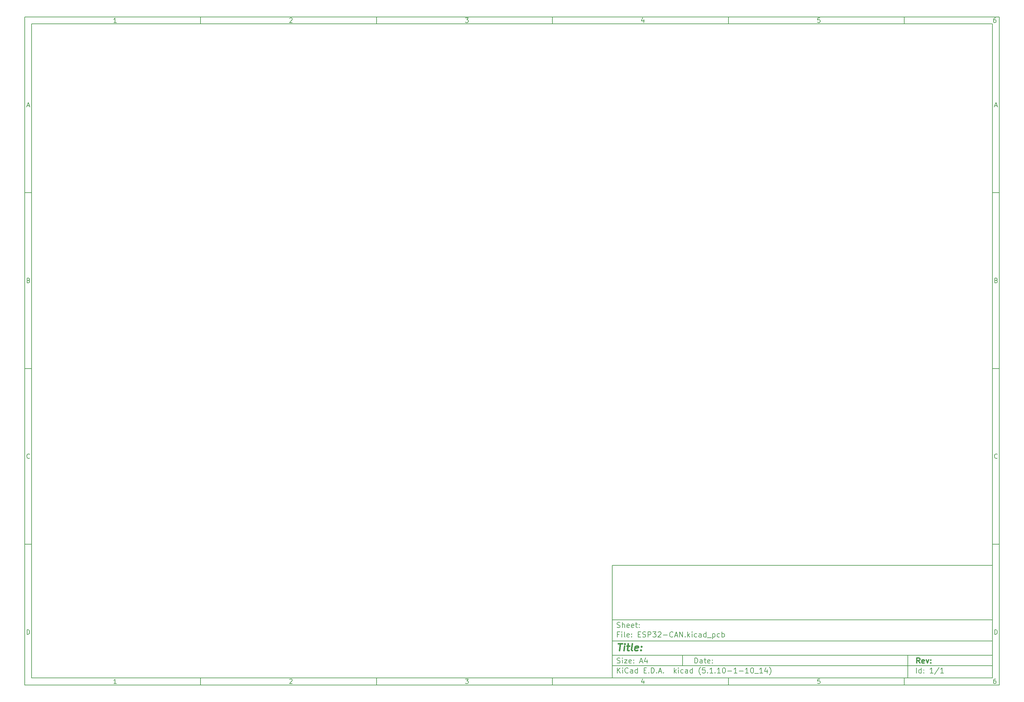
<source format=gbr>
G04 #@! TF.GenerationSoftware,KiCad,Pcbnew,(5.1.10-1-10_14)*
G04 #@! TF.CreationDate,2021-11-05T12:48:00+08:00*
G04 #@! TF.ProjectId,ESP32-CAN,45535033-322d-4434-914e-2e6b69636164,rev?*
G04 #@! TF.SameCoordinates,Original*
G04 #@! TF.FileFunction,Other,ECO2*
%FSLAX46Y46*%
G04 Gerber Fmt 4.6, Leading zero omitted, Abs format (unit mm)*
G04 Created by KiCad (PCBNEW (5.1.10-1-10_14)) date 2021-11-05 12:48:00*
%MOMM*%
%LPD*%
G01*
G04 APERTURE LIST*
%ADD10C,0.100000*%
%ADD11C,0.150000*%
%ADD12C,0.300000*%
%ADD13C,0.400000*%
G04 APERTURE END LIST*
D10*
D11*
X177002200Y-166007200D02*
X177002200Y-198007200D01*
X285002200Y-198007200D01*
X285002200Y-166007200D01*
X177002200Y-166007200D01*
D10*
D11*
X10000000Y-10000000D02*
X10000000Y-200007200D01*
X287002200Y-200007200D01*
X287002200Y-10000000D01*
X10000000Y-10000000D01*
D10*
D11*
X12000000Y-12000000D02*
X12000000Y-198007200D01*
X285002200Y-198007200D01*
X285002200Y-12000000D01*
X12000000Y-12000000D01*
D10*
D11*
X60000000Y-12000000D02*
X60000000Y-10000000D01*
D10*
D11*
X110000000Y-12000000D02*
X110000000Y-10000000D01*
D10*
D11*
X160000000Y-12000000D02*
X160000000Y-10000000D01*
D10*
D11*
X210000000Y-12000000D02*
X210000000Y-10000000D01*
D10*
D11*
X260000000Y-12000000D02*
X260000000Y-10000000D01*
D10*
D11*
X36065476Y-11588095D02*
X35322619Y-11588095D01*
X35694047Y-11588095D02*
X35694047Y-10288095D01*
X35570238Y-10473809D01*
X35446428Y-10597619D01*
X35322619Y-10659523D01*
D10*
D11*
X85322619Y-10411904D02*
X85384523Y-10350000D01*
X85508333Y-10288095D01*
X85817857Y-10288095D01*
X85941666Y-10350000D01*
X86003571Y-10411904D01*
X86065476Y-10535714D01*
X86065476Y-10659523D01*
X86003571Y-10845238D01*
X85260714Y-11588095D01*
X86065476Y-11588095D01*
D10*
D11*
X135260714Y-10288095D02*
X136065476Y-10288095D01*
X135632142Y-10783333D01*
X135817857Y-10783333D01*
X135941666Y-10845238D01*
X136003571Y-10907142D01*
X136065476Y-11030952D01*
X136065476Y-11340476D01*
X136003571Y-11464285D01*
X135941666Y-11526190D01*
X135817857Y-11588095D01*
X135446428Y-11588095D01*
X135322619Y-11526190D01*
X135260714Y-11464285D01*
D10*
D11*
X185941666Y-10721428D02*
X185941666Y-11588095D01*
X185632142Y-10226190D02*
X185322619Y-11154761D01*
X186127380Y-11154761D01*
D10*
D11*
X236003571Y-10288095D02*
X235384523Y-10288095D01*
X235322619Y-10907142D01*
X235384523Y-10845238D01*
X235508333Y-10783333D01*
X235817857Y-10783333D01*
X235941666Y-10845238D01*
X236003571Y-10907142D01*
X236065476Y-11030952D01*
X236065476Y-11340476D01*
X236003571Y-11464285D01*
X235941666Y-11526190D01*
X235817857Y-11588095D01*
X235508333Y-11588095D01*
X235384523Y-11526190D01*
X235322619Y-11464285D01*
D10*
D11*
X285941666Y-10288095D02*
X285694047Y-10288095D01*
X285570238Y-10350000D01*
X285508333Y-10411904D01*
X285384523Y-10597619D01*
X285322619Y-10845238D01*
X285322619Y-11340476D01*
X285384523Y-11464285D01*
X285446428Y-11526190D01*
X285570238Y-11588095D01*
X285817857Y-11588095D01*
X285941666Y-11526190D01*
X286003571Y-11464285D01*
X286065476Y-11340476D01*
X286065476Y-11030952D01*
X286003571Y-10907142D01*
X285941666Y-10845238D01*
X285817857Y-10783333D01*
X285570238Y-10783333D01*
X285446428Y-10845238D01*
X285384523Y-10907142D01*
X285322619Y-11030952D01*
D10*
D11*
X60000000Y-198007200D02*
X60000000Y-200007200D01*
D10*
D11*
X110000000Y-198007200D02*
X110000000Y-200007200D01*
D10*
D11*
X160000000Y-198007200D02*
X160000000Y-200007200D01*
D10*
D11*
X210000000Y-198007200D02*
X210000000Y-200007200D01*
D10*
D11*
X260000000Y-198007200D02*
X260000000Y-200007200D01*
D10*
D11*
X36065476Y-199595295D02*
X35322619Y-199595295D01*
X35694047Y-199595295D02*
X35694047Y-198295295D01*
X35570238Y-198481009D01*
X35446428Y-198604819D01*
X35322619Y-198666723D01*
D10*
D11*
X85322619Y-198419104D02*
X85384523Y-198357200D01*
X85508333Y-198295295D01*
X85817857Y-198295295D01*
X85941666Y-198357200D01*
X86003571Y-198419104D01*
X86065476Y-198542914D01*
X86065476Y-198666723D01*
X86003571Y-198852438D01*
X85260714Y-199595295D01*
X86065476Y-199595295D01*
D10*
D11*
X135260714Y-198295295D02*
X136065476Y-198295295D01*
X135632142Y-198790533D01*
X135817857Y-198790533D01*
X135941666Y-198852438D01*
X136003571Y-198914342D01*
X136065476Y-199038152D01*
X136065476Y-199347676D01*
X136003571Y-199471485D01*
X135941666Y-199533390D01*
X135817857Y-199595295D01*
X135446428Y-199595295D01*
X135322619Y-199533390D01*
X135260714Y-199471485D01*
D10*
D11*
X185941666Y-198728628D02*
X185941666Y-199595295D01*
X185632142Y-198233390D02*
X185322619Y-199161961D01*
X186127380Y-199161961D01*
D10*
D11*
X236003571Y-198295295D02*
X235384523Y-198295295D01*
X235322619Y-198914342D01*
X235384523Y-198852438D01*
X235508333Y-198790533D01*
X235817857Y-198790533D01*
X235941666Y-198852438D01*
X236003571Y-198914342D01*
X236065476Y-199038152D01*
X236065476Y-199347676D01*
X236003571Y-199471485D01*
X235941666Y-199533390D01*
X235817857Y-199595295D01*
X235508333Y-199595295D01*
X235384523Y-199533390D01*
X235322619Y-199471485D01*
D10*
D11*
X285941666Y-198295295D02*
X285694047Y-198295295D01*
X285570238Y-198357200D01*
X285508333Y-198419104D01*
X285384523Y-198604819D01*
X285322619Y-198852438D01*
X285322619Y-199347676D01*
X285384523Y-199471485D01*
X285446428Y-199533390D01*
X285570238Y-199595295D01*
X285817857Y-199595295D01*
X285941666Y-199533390D01*
X286003571Y-199471485D01*
X286065476Y-199347676D01*
X286065476Y-199038152D01*
X286003571Y-198914342D01*
X285941666Y-198852438D01*
X285817857Y-198790533D01*
X285570238Y-198790533D01*
X285446428Y-198852438D01*
X285384523Y-198914342D01*
X285322619Y-199038152D01*
D10*
D11*
X10000000Y-60000000D02*
X12000000Y-60000000D01*
D10*
D11*
X10000000Y-110000000D02*
X12000000Y-110000000D01*
D10*
D11*
X10000000Y-160000000D02*
X12000000Y-160000000D01*
D10*
D11*
X10690476Y-35216666D02*
X11309523Y-35216666D01*
X10566666Y-35588095D02*
X11000000Y-34288095D01*
X11433333Y-35588095D01*
D10*
D11*
X11092857Y-84907142D02*
X11278571Y-84969047D01*
X11340476Y-85030952D01*
X11402380Y-85154761D01*
X11402380Y-85340476D01*
X11340476Y-85464285D01*
X11278571Y-85526190D01*
X11154761Y-85588095D01*
X10659523Y-85588095D01*
X10659523Y-84288095D01*
X11092857Y-84288095D01*
X11216666Y-84350000D01*
X11278571Y-84411904D01*
X11340476Y-84535714D01*
X11340476Y-84659523D01*
X11278571Y-84783333D01*
X11216666Y-84845238D01*
X11092857Y-84907142D01*
X10659523Y-84907142D01*
D10*
D11*
X11402380Y-135464285D02*
X11340476Y-135526190D01*
X11154761Y-135588095D01*
X11030952Y-135588095D01*
X10845238Y-135526190D01*
X10721428Y-135402380D01*
X10659523Y-135278571D01*
X10597619Y-135030952D01*
X10597619Y-134845238D01*
X10659523Y-134597619D01*
X10721428Y-134473809D01*
X10845238Y-134350000D01*
X11030952Y-134288095D01*
X11154761Y-134288095D01*
X11340476Y-134350000D01*
X11402380Y-134411904D01*
D10*
D11*
X10659523Y-185588095D02*
X10659523Y-184288095D01*
X10969047Y-184288095D01*
X11154761Y-184350000D01*
X11278571Y-184473809D01*
X11340476Y-184597619D01*
X11402380Y-184845238D01*
X11402380Y-185030952D01*
X11340476Y-185278571D01*
X11278571Y-185402380D01*
X11154761Y-185526190D01*
X10969047Y-185588095D01*
X10659523Y-185588095D01*
D10*
D11*
X287002200Y-60000000D02*
X285002200Y-60000000D01*
D10*
D11*
X287002200Y-110000000D02*
X285002200Y-110000000D01*
D10*
D11*
X287002200Y-160000000D02*
X285002200Y-160000000D01*
D10*
D11*
X285692676Y-35216666D02*
X286311723Y-35216666D01*
X285568866Y-35588095D02*
X286002200Y-34288095D01*
X286435533Y-35588095D01*
D10*
D11*
X286095057Y-84907142D02*
X286280771Y-84969047D01*
X286342676Y-85030952D01*
X286404580Y-85154761D01*
X286404580Y-85340476D01*
X286342676Y-85464285D01*
X286280771Y-85526190D01*
X286156961Y-85588095D01*
X285661723Y-85588095D01*
X285661723Y-84288095D01*
X286095057Y-84288095D01*
X286218866Y-84350000D01*
X286280771Y-84411904D01*
X286342676Y-84535714D01*
X286342676Y-84659523D01*
X286280771Y-84783333D01*
X286218866Y-84845238D01*
X286095057Y-84907142D01*
X285661723Y-84907142D01*
D10*
D11*
X286404580Y-135464285D02*
X286342676Y-135526190D01*
X286156961Y-135588095D01*
X286033152Y-135588095D01*
X285847438Y-135526190D01*
X285723628Y-135402380D01*
X285661723Y-135278571D01*
X285599819Y-135030952D01*
X285599819Y-134845238D01*
X285661723Y-134597619D01*
X285723628Y-134473809D01*
X285847438Y-134350000D01*
X286033152Y-134288095D01*
X286156961Y-134288095D01*
X286342676Y-134350000D01*
X286404580Y-134411904D01*
D10*
D11*
X285661723Y-185588095D02*
X285661723Y-184288095D01*
X285971247Y-184288095D01*
X286156961Y-184350000D01*
X286280771Y-184473809D01*
X286342676Y-184597619D01*
X286404580Y-184845238D01*
X286404580Y-185030952D01*
X286342676Y-185278571D01*
X286280771Y-185402380D01*
X286156961Y-185526190D01*
X285971247Y-185588095D01*
X285661723Y-185588095D01*
D10*
D11*
X200434342Y-193785771D02*
X200434342Y-192285771D01*
X200791485Y-192285771D01*
X201005771Y-192357200D01*
X201148628Y-192500057D01*
X201220057Y-192642914D01*
X201291485Y-192928628D01*
X201291485Y-193142914D01*
X201220057Y-193428628D01*
X201148628Y-193571485D01*
X201005771Y-193714342D01*
X200791485Y-193785771D01*
X200434342Y-193785771D01*
X202577200Y-193785771D02*
X202577200Y-193000057D01*
X202505771Y-192857200D01*
X202362914Y-192785771D01*
X202077200Y-192785771D01*
X201934342Y-192857200D01*
X202577200Y-193714342D02*
X202434342Y-193785771D01*
X202077200Y-193785771D01*
X201934342Y-193714342D01*
X201862914Y-193571485D01*
X201862914Y-193428628D01*
X201934342Y-193285771D01*
X202077200Y-193214342D01*
X202434342Y-193214342D01*
X202577200Y-193142914D01*
X203077200Y-192785771D02*
X203648628Y-192785771D01*
X203291485Y-192285771D02*
X203291485Y-193571485D01*
X203362914Y-193714342D01*
X203505771Y-193785771D01*
X203648628Y-193785771D01*
X204720057Y-193714342D02*
X204577200Y-193785771D01*
X204291485Y-193785771D01*
X204148628Y-193714342D01*
X204077200Y-193571485D01*
X204077200Y-193000057D01*
X204148628Y-192857200D01*
X204291485Y-192785771D01*
X204577200Y-192785771D01*
X204720057Y-192857200D01*
X204791485Y-193000057D01*
X204791485Y-193142914D01*
X204077200Y-193285771D01*
X205434342Y-193642914D02*
X205505771Y-193714342D01*
X205434342Y-193785771D01*
X205362914Y-193714342D01*
X205434342Y-193642914D01*
X205434342Y-193785771D01*
X205434342Y-192857200D02*
X205505771Y-192928628D01*
X205434342Y-193000057D01*
X205362914Y-192928628D01*
X205434342Y-192857200D01*
X205434342Y-193000057D01*
D10*
D11*
X177002200Y-194507200D02*
X285002200Y-194507200D01*
D10*
D11*
X178434342Y-196585771D02*
X178434342Y-195085771D01*
X179291485Y-196585771D02*
X178648628Y-195728628D01*
X179291485Y-195085771D02*
X178434342Y-195942914D01*
X179934342Y-196585771D02*
X179934342Y-195585771D01*
X179934342Y-195085771D02*
X179862914Y-195157200D01*
X179934342Y-195228628D01*
X180005771Y-195157200D01*
X179934342Y-195085771D01*
X179934342Y-195228628D01*
X181505771Y-196442914D02*
X181434342Y-196514342D01*
X181220057Y-196585771D01*
X181077200Y-196585771D01*
X180862914Y-196514342D01*
X180720057Y-196371485D01*
X180648628Y-196228628D01*
X180577200Y-195942914D01*
X180577200Y-195728628D01*
X180648628Y-195442914D01*
X180720057Y-195300057D01*
X180862914Y-195157200D01*
X181077200Y-195085771D01*
X181220057Y-195085771D01*
X181434342Y-195157200D01*
X181505771Y-195228628D01*
X182791485Y-196585771D02*
X182791485Y-195800057D01*
X182720057Y-195657200D01*
X182577200Y-195585771D01*
X182291485Y-195585771D01*
X182148628Y-195657200D01*
X182791485Y-196514342D02*
X182648628Y-196585771D01*
X182291485Y-196585771D01*
X182148628Y-196514342D01*
X182077200Y-196371485D01*
X182077200Y-196228628D01*
X182148628Y-196085771D01*
X182291485Y-196014342D01*
X182648628Y-196014342D01*
X182791485Y-195942914D01*
X184148628Y-196585771D02*
X184148628Y-195085771D01*
X184148628Y-196514342D02*
X184005771Y-196585771D01*
X183720057Y-196585771D01*
X183577200Y-196514342D01*
X183505771Y-196442914D01*
X183434342Y-196300057D01*
X183434342Y-195871485D01*
X183505771Y-195728628D01*
X183577200Y-195657200D01*
X183720057Y-195585771D01*
X184005771Y-195585771D01*
X184148628Y-195657200D01*
X186005771Y-195800057D02*
X186505771Y-195800057D01*
X186720057Y-196585771D02*
X186005771Y-196585771D01*
X186005771Y-195085771D01*
X186720057Y-195085771D01*
X187362914Y-196442914D02*
X187434342Y-196514342D01*
X187362914Y-196585771D01*
X187291485Y-196514342D01*
X187362914Y-196442914D01*
X187362914Y-196585771D01*
X188077200Y-196585771D02*
X188077200Y-195085771D01*
X188434342Y-195085771D01*
X188648628Y-195157200D01*
X188791485Y-195300057D01*
X188862914Y-195442914D01*
X188934342Y-195728628D01*
X188934342Y-195942914D01*
X188862914Y-196228628D01*
X188791485Y-196371485D01*
X188648628Y-196514342D01*
X188434342Y-196585771D01*
X188077200Y-196585771D01*
X189577200Y-196442914D02*
X189648628Y-196514342D01*
X189577200Y-196585771D01*
X189505771Y-196514342D01*
X189577200Y-196442914D01*
X189577200Y-196585771D01*
X190220057Y-196157200D02*
X190934342Y-196157200D01*
X190077200Y-196585771D02*
X190577200Y-195085771D01*
X191077200Y-196585771D01*
X191577200Y-196442914D02*
X191648628Y-196514342D01*
X191577200Y-196585771D01*
X191505771Y-196514342D01*
X191577200Y-196442914D01*
X191577200Y-196585771D01*
X194577200Y-196585771D02*
X194577200Y-195085771D01*
X194720057Y-196014342D02*
X195148628Y-196585771D01*
X195148628Y-195585771D02*
X194577200Y-196157200D01*
X195791485Y-196585771D02*
X195791485Y-195585771D01*
X195791485Y-195085771D02*
X195720057Y-195157200D01*
X195791485Y-195228628D01*
X195862914Y-195157200D01*
X195791485Y-195085771D01*
X195791485Y-195228628D01*
X197148628Y-196514342D02*
X197005771Y-196585771D01*
X196720057Y-196585771D01*
X196577200Y-196514342D01*
X196505771Y-196442914D01*
X196434342Y-196300057D01*
X196434342Y-195871485D01*
X196505771Y-195728628D01*
X196577200Y-195657200D01*
X196720057Y-195585771D01*
X197005771Y-195585771D01*
X197148628Y-195657200D01*
X198434342Y-196585771D02*
X198434342Y-195800057D01*
X198362914Y-195657200D01*
X198220057Y-195585771D01*
X197934342Y-195585771D01*
X197791485Y-195657200D01*
X198434342Y-196514342D02*
X198291485Y-196585771D01*
X197934342Y-196585771D01*
X197791485Y-196514342D01*
X197720057Y-196371485D01*
X197720057Y-196228628D01*
X197791485Y-196085771D01*
X197934342Y-196014342D01*
X198291485Y-196014342D01*
X198434342Y-195942914D01*
X199791485Y-196585771D02*
X199791485Y-195085771D01*
X199791485Y-196514342D02*
X199648628Y-196585771D01*
X199362914Y-196585771D01*
X199220057Y-196514342D01*
X199148628Y-196442914D01*
X199077200Y-196300057D01*
X199077200Y-195871485D01*
X199148628Y-195728628D01*
X199220057Y-195657200D01*
X199362914Y-195585771D01*
X199648628Y-195585771D01*
X199791485Y-195657200D01*
X202077200Y-197157200D02*
X202005771Y-197085771D01*
X201862914Y-196871485D01*
X201791485Y-196728628D01*
X201720057Y-196514342D01*
X201648628Y-196157200D01*
X201648628Y-195871485D01*
X201720057Y-195514342D01*
X201791485Y-195300057D01*
X201862914Y-195157200D01*
X202005771Y-194942914D01*
X202077200Y-194871485D01*
X203362914Y-195085771D02*
X202648628Y-195085771D01*
X202577200Y-195800057D01*
X202648628Y-195728628D01*
X202791485Y-195657200D01*
X203148628Y-195657200D01*
X203291485Y-195728628D01*
X203362914Y-195800057D01*
X203434342Y-195942914D01*
X203434342Y-196300057D01*
X203362914Y-196442914D01*
X203291485Y-196514342D01*
X203148628Y-196585771D01*
X202791485Y-196585771D01*
X202648628Y-196514342D01*
X202577200Y-196442914D01*
X204077200Y-196442914D02*
X204148628Y-196514342D01*
X204077200Y-196585771D01*
X204005771Y-196514342D01*
X204077200Y-196442914D01*
X204077200Y-196585771D01*
X205577200Y-196585771D02*
X204720057Y-196585771D01*
X205148628Y-196585771D02*
X205148628Y-195085771D01*
X205005771Y-195300057D01*
X204862914Y-195442914D01*
X204720057Y-195514342D01*
X206220057Y-196442914D02*
X206291485Y-196514342D01*
X206220057Y-196585771D01*
X206148628Y-196514342D01*
X206220057Y-196442914D01*
X206220057Y-196585771D01*
X207720057Y-196585771D02*
X206862914Y-196585771D01*
X207291485Y-196585771D02*
X207291485Y-195085771D01*
X207148628Y-195300057D01*
X207005771Y-195442914D01*
X206862914Y-195514342D01*
X208648628Y-195085771D02*
X208791485Y-195085771D01*
X208934342Y-195157200D01*
X209005771Y-195228628D01*
X209077200Y-195371485D01*
X209148628Y-195657200D01*
X209148628Y-196014342D01*
X209077200Y-196300057D01*
X209005771Y-196442914D01*
X208934342Y-196514342D01*
X208791485Y-196585771D01*
X208648628Y-196585771D01*
X208505771Y-196514342D01*
X208434342Y-196442914D01*
X208362914Y-196300057D01*
X208291485Y-196014342D01*
X208291485Y-195657200D01*
X208362914Y-195371485D01*
X208434342Y-195228628D01*
X208505771Y-195157200D01*
X208648628Y-195085771D01*
X209791485Y-196014342D02*
X210934342Y-196014342D01*
X212434342Y-196585771D02*
X211577200Y-196585771D01*
X212005771Y-196585771D02*
X212005771Y-195085771D01*
X211862914Y-195300057D01*
X211720057Y-195442914D01*
X211577200Y-195514342D01*
X213077200Y-196014342D02*
X214220057Y-196014342D01*
X215720057Y-196585771D02*
X214862914Y-196585771D01*
X215291485Y-196585771D02*
X215291485Y-195085771D01*
X215148628Y-195300057D01*
X215005771Y-195442914D01*
X214862914Y-195514342D01*
X216648628Y-195085771D02*
X216791485Y-195085771D01*
X216934342Y-195157200D01*
X217005771Y-195228628D01*
X217077200Y-195371485D01*
X217148628Y-195657200D01*
X217148628Y-196014342D01*
X217077200Y-196300057D01*
X217005771Y-196442914D01*
X216934342Y-196514342D01*
X216791485Y-196585771D01*
X216648628Y-196585771D01*
X216505771Y-196514342D01*
X216434342Y-196442914D01*
X216362914Y-196300057D01*
X216291485Y-196014342D01*
X216291485Y-195657200D01*
X216362914Y-195371485D01*
X216434342Y-195228628D01*
X216505771Y-195157200D01*
X216648628Y-195085771D01*
X217434342Y-196728628D02*
X218577200Y-196728628D01*
X219720057Y-196585771D02*
X218862914Y-196585771D01*
X219291485Y-196585771D02*
X219291485Y-195085771D01*
X219148628Y-195300057D01*
X219005771Y-195442914D01*
X218862914Y-195514342D01*
X221005771Y-195585771D02*
X221005771Y-196585771D01*
X220648628Y-195014342D02*
X220291485Y-196085771D01*
X221220057Y-196085771D01*
X221648628Y-197157200D02*
X221720057Y-197085771D01*
X221862914Y-196871485D01*
X221934342Y-196728628D01*
X222005771Y-196514342D01*
X222077200Y-196157200D01*
X222077200Y-195871485D01*
X222005771Y-195514342D01*
X221934342Y-195300057D01*
X221862914Y-195157200D01*
X221720057Y-194942914D01*
X221648628Y-194871485D01*
D10*
D11*
X177002200Y-191507200D02*
X285002200Y-191507200D01*
D10*
D12*
X264411485Y-193785771D02*
X263911485Y-193071485D01*
X263554342Y-193785771D02*
X263554342Y-192285771D01*
X264125771Y-192285771D01*
X264268628Y-192357200D01*
X264340057Y-192428628D01*
X264411485Y-192571485D01*
X264411485Y-192785771D01*
X264340057Y-192928628D01*
X264268628Y-193000057D01*
X264125771Y-193071485D01*
X263554342Y-193071485D01*
X265625771Y-193714342D02*
X265482914Y-193785771D01*
X265197200Y-193785771D01*
X265054342Y-193714342D01*
X264982914Y-193571485D01*
X264982914Y-193000057D01*
X265054342Y-192857200D01*
X265197200Y-192785771D01*
X265482914Y-192785771D01*
X265625771Y-192857200D01*
X265697200Y-193000057D01*
X265697200Y-193142914D01*
X264982914Y-193285771D01*
X266197200Y-192785771D02*
X266554342Y-193785771D01*
X266911485Y-192785771D01*
X267482914Y-193642914D02*
X267554342Y-193714342D01*
X267482914Y-193785771D01*
X267411485Y-193714342D01*
X267482914Y-193642914D01*
X267482914Y-193785771D01*
X267482914Y-192857200D02*
X267554342Y-192928628D01*
X267482914Y-193000057D01*
X267411485Y-192928628D01*
X267482914Y-192857200D01*
X267482914Y-193000057D01*
D10*
D11*
X178362914Y-193714342D02*
X178577200Y-193785771D01*
X178934342Y-193785771D01*
X179077200Y-193714342D01*
X179148628Y-193642914D01*
X179220057Y-193500057D01*
X179220057Y-193357200D01*
X179148628Y-193214342D01*
X179077200Y-193142914D01*
X178934342Y-193071485D01*
X178648628Y-193000057D01*
X178505771Y-192928628D01*
X178434342Y-192857200D01*
X178362914Y-192714342D01*
X178362914Y-192571485D01*
X178434342Y-192428628D01*
X178505771Y-192357200D01*
X178648628Y-192285771D01*
X179005771Y-192285771D01*
X179220057Y-192357200D01*
X179862914Y-193785771D02*
X179862914Y-192785771D01*
X179862914Y-192285771D02*
X179791485Y-192357200D01*
X179862914Y-192428628D01*
X179934342Y-192357200D01*
X179862914Y-192285771D01*
X179862914Y-192428628D01*
X180434342Y-192785771D02*
X181220057Y-192785771D01*
X180434342Y-193785771D01*
X181220057Y-193785771D01*
X182362914Y-193714342D02*
X182220057Y-193785771D01*
X181934342Y-193785771D01*
X181791485Y-193714342D01*
X181720057Y-193571485D01*
X181720057Y-193000057D01*
X181791485Y-192857200D01*
X181934342Y-192785771D01*
X182220057Y-192785771D01*
X182362914Y-192857200D01*
X182434342Y-193000057D01*
X182434342Y-193142914D01*
X181720057Y-193285771D01*
X183077200Y-193642914D02*
X183148628Y-193714342D01*
X183077200Y-193785771D01*
X183005771Y-193714342D01*
X183077200Y-193642914D01*
X183077200Y-193785771D01*
X183077200Y-192857200D02*
X183148628Y-192928628D01*
X183077200Y-193000057D01*
X183005771Y-192928628D01*
X183077200Y-192857200D01*
X183077200Y-193000057D01*
X184862914Y-193357200D02*
X185577200Y-193357200D01*
X184720057Y-193785771D02*
X185220057Y-192285771D01*
X185720057Y-193785771D01*
X186862914Y-192785771D02*
X186862914Y-193785771D01*
X186505771Y-192214342D02*
X186148628Y-193285771D01*
X187077200Y-193285771D01*
D10*
D11*
X263434342Y-196585771D02*
X263434342Y-195085771D01*
X264791485Y-196585771D02*
X264791485Y-195085771D01*
X264791485Y-196514342D02*
X264648628Y-196585771D01*
X264362914Y-196585771D01*
X264220057Y-196514342D01*
X264148628Y-196442914D01*
X264077200Y-196300057D01*
X264077200Y-195871485D01*
X264148628Y-195728628D01*
X264220057Y-195657200D01*
X264362914Y-195585771D01*
X264648628Y-195585771D01*
X264791485Y-195657200D01*
X265505771Y-196442914D02*
X265577200Y-196514342D01*
X265505771Y-196585771D01*
X265434342Y-196514342D01*
X265505771Y-196442914D01*
X265505771Y-196585771D01*
X265505771Y-195657200D02*
X265577200Y-195728628D01*
X265505771Y-195800057D01*
X265434342Y-195728628D01*
X265505771Y-195657200D01*
X265505771Y-195800057D01*
X268148628Y-196585771D02*
X267291485Y-196585771D01*
X267720057Y-196585771D02*
X267720057Y-195085771D01*
X267577200Y-195300057D01*
X267434342Y-195442914D01*
X267291485Y-195514342D01*
X269862914Y-195014342D02*
X268577200Y-196942914D01*
X271148628Y-196585771D02*
X270291485Y-196585771D01*
X270720057Y-196585771D02*
X270720057Y-195085771D01*
X270577200Y-195300057D01*
X270434342Y-195442914D01*
X270291485Y-195514342D01*
D10*
D11*
X177002200Y-187507200D02*
X285002200Y-187507200D01*
D10*
D13*
X178714580Y-188211961D02*
X179857438Y-188211961D01*
X179036009Y-190211961D02*
X179286009Y-188211961D01*
X180274104Y-190211961D02*
X180440771Y-188878628D01*
X180524104Y-188211961D02*
X180416961Y-188307200D01*
X180500295Y-188402438D01*
X180607438Y-188307200D01*
X180524104Y-188211961D01*
X180500295Y-188402438D01*
X181107438Y-188878628D02*
X181869342Y-188878628D01*
X181476485Y-188211961D02*
X181262200Y-189926247D01*
X181333628Y-190116723D01*
X181512200Y-190211961D01*
X181702676Y-190211961D01*
X182655057Y-190211961D02*
X182476485Y-190116723D01*
X182405057Y-189926247D01*
X182619342Y-188211961D01*
X184190771Y-190116723D02*
X183988390Y-190211961D01*
X183607438Y-190211961D01*
X183428866Y-190116723D01*
X183357438Y-189926247D01*
X183452676Y-189164342D01*
X183571723Y-188973866D01*
X183774104Y-188878628D01*
X184155057Y-188878628D01*
X184333628Y-188973866D01*
X184405057Y-189164342D01*
X184381247Y-189354819D01*
X183405057Y-189545295D01*
X185155057Y-190021485D02*
X185238390Y-190116723D01*
X185131247Y-190211961D01*
X185047914Y-190116723D01*
X185155057Y-190021485D01*
X185131247Y-190211961D01*
X185286009Y-188973866D02*
X185369342Y-189069104D01*
X185262200Y-189164342D01*
X185178866Y-189069104D01*
X185286009Y-188973866D01*
X185262200Y-189164342D01*
D10*
D11*
X178934342Y-185600057D02*
X178434342Y-185600057D01*
X178434342Y-186385771D02*
X178434342Y-184885771D01*
X179148628Y-184885771D01*
X179720057Y-186385771D02*
X179720057Y-185385771D01*
X179720057Y-184885771D02*
X179648628Y-184957200D01*
X179720057Y-185028628D01*
X179791485Y-184957200D01*
X179720057Y-184885771D01*
X179720057Y-185028628D01*
X180648628Y-186385771D02*
X180505771Y-186314342D01*
X180434342Y-186171485D01*
X180434342Y-184885771D01*
X181791485Y-186314342D02*
X181648628Y-186385771D01*
X181362914Y-186385771D01*
X181220057Y-186314342D01*
X181148628Y-186171485D01*
X181148628Y-185600057D01*
X181220057Y-185457200D01*
X181362914Y-185385771D01*
X181648628Y-185385771D01*
X181791485Y-185457200D01*
X181862914Y-185600057D01*
X181862914Y-185742914D01*
X181148628Y-185885771D01*
X182505771Y-186242914D02*
X182577200Y-186314342D01*
X182505771Y-186385771D01*
X182434342Y-186314342D01*
X182505771Y-186242914D01*
X182505771Y-186385771D01*
X182505771Y-185457200D02*
X182577200Y-185528628D01*
X182505771Y-185600057D01*
X182434342Y-185528628D01*
X182505771Y-185457200D01*
X182505771Y-185600057D01*
X184362914Y-185600057D02*
X184862914Y-185600057D01*
X185077200Y-186385771D02*
X184362914Y-186385771D01*
X184362914Y-184885771D01*
X185077200Y-184885771D01*
X185648628Y-186314342D02*
X185862914Y-186385771D01*
X186220057Y-186385771D01*
X186362914Y-186314342D01*
X186434342Y-186242914D01*
X186505771Y-186100057D01*
X186505771Y-185957200D01*
X186434342Y-185814342D01*
X186362914Y-185742914D01*
X186220057Y-185671485D01*
X185934342Y-185600057D01*
X185791485Y-185528628D01*
X185720057Y-185457200D01*
X185648628Y-185314342D01*
X185648628Y-185171485D01*
X185720057Y-185028628D01*
X185791485Y-184957200D01*
X185934342Y-184885771D01*
X186291485Y-184885771D01*
X186505771Y-184957200D01*
X187148628Y-186385771D02*
X187148628Y-184885771D01*
X187720057Y-184885771D01*
X187862914Y-184957200D01*
X187934342Y-185028628D01*
X188005771Y-185171485D01*
X188005771Y-185385771D01*
X187934342Y-185528628D01*
X187862914Y-185600057D01*
X187720057Y-185671485D01*
X187148628Y-185671485D01*
X188505771Y-184885771D02*
X189434342Y-184885771D01*
X188934342Y-185457200D01*
X189148628Y-185457200D01*
X189291485Y-185528628D01*
X189362914Y-185600057D01*
X189434342Y-185742914D01*
X189434342Y-186100057D01*
X189362914Y-186242914D01*
X189291485Y-186314342D01*
X189148628Y-186385771D01*
X188720057Y-186385771D01*
X188577200Y-186314342D01*
X188505771Y-186242914D01*
X190005771Y-185028628D02*
X190077200Y-184957200D01*
X190220057Y-184885771D01*
X190577200Y-184885771D01*
X190720057Y-184957200D01*
X190791485Y-185028628D01*
X190862914Y-185171485D01*
X190862914Y-185314342D01*
X190791485Y-185528628D01*
X189934342Y-186385771D01*
X190862914Y-186385771D01*
X191505771Y-185814342D02*
X192648628Y-185814342D01*
X194220057Y-186242914D02*
X194148628Y-186314342D01*
X193934342Y-186385771D01*
X193791485Y-186385771D01*
X193577200Y-186314342D01*
X193434342Y-186171485D01*
X193362914Y-186028628D01*
X193291485Y-185742914D01*
X193291485Y-185528628D01*
X193362914Y-185242914D01*
X193434342Y-185100057D01*
X193577200Y-184957200D01*
X193791485Y-184885771D01*
X193934342Y-184885771D01*
X194148628Y-184957200D01*
X194220057Y-185028628D01*
X194791485Y-185957200D02*
X195505771Y-185957200D01*
X194648628Y-186385771D02*
X195148628Y-184885771D01*
X195648628Y-186385771D01*
X196148628Y-186385771D02*
X196148628Y-184885771D01*
X197005771Y-186385771D01*
X197005771Y-184885771D01*
X197720057Y-186242914D02*
X197791485Y-186314342D01*
X197720057Y-186385771D01*
X197648628Y-186314342D01*
X197720057Y-186242914D01*
X197720057Y-186385771D01*
X198434342Y-186385771D02*
X198434342Y-184885771D01*
X198577200Y-185814342D02*
X199005771Y-186385771D01*
X199005771Y-185385771D02*
X198434342Y-185957200D01*
X199648628Y-186385771D02*
X199648628Y-185385771D01*
X199648628Y-184885771D02*
X199577200Y-184957200D01*
X199648628Y-185028628D01*
X199720057Y-184957200D01*
X199648628Y-184885771D01*
X199648628Y-185028628D01*
X201005771Y-186314342D02*
X200862914Y-186385771D01*
X200577200Y-186385771D01*
X200434342Y-186314342D01*
X200362914Y-186242914D01*
X200291485Y-186100057D01*
X200291485Y-185671485D01*
X200362914Y-185528628D01*
X200434342Y-185457200D01*
X200577200Y-185385771D01*
X200862914Y-185385771D01*
X201005771Y-185457200D01*
X202291485Y-186385771D02*
X202291485Y-185600057D01*
X202220057Y-185457200D01*
X202077200Y-185385771D01*
X201791485Y-185385771D01*
X201648628Y-185457200D01*
X202291485Y-186314342D02*
X202148628Y-186385771D01*
X201791485Y-186385771D01*
X201648628Y-186314342D01*
X201577200Y-186171485D01*
X201577200Y-186028628D01*
X201648628Y-185885771D01*
X201791485Y-185814342D01*
X202148628Y-185814342D01*
X202291485Y-185742914D01*
X203648628Y-186385771D02*
X203648628Y-184885771D01*
X203648628Y-186314342D02*
X203505771Y-186385771D01*
X203220057Y-186385771D01*
X203077200Y-186314342D01*
X203005771Y-186242914D01*
X202934342Y-186100057D01*
X202934342Y-185671485D01*
X203005771Y-185528628D01*
X203077200Y-185457200D01*
X203220057Y-185385771D01*
X203505771Y-185385771D01*
X203648628Y-185457200D01*
X204005771Y-186528628D02*
X205148628Y-186528628D01*
X205505771Y-185385771D02*
X205505771Y-186885771D01*
X205505771Y-185457200D02*
X205648628Y-185385771D01*
X205934342Y-185385771D01*
X206077200Y-185457200D01*
X206148628Y-185528628D01*
X206220057Y-185671485D01*
X206220057Y-186100057D01*
X206148628Y-186242914D01*
X206077200Y-186314342D01*
X205934342Y-186385771D01*
X205648628Y-186385771D01*
X205505771Y-186314342D01*
X207505771Y-186314342D02*
X207362914Y-186385771D01*
X207077200Y-186385771D01*
X206934342Y-186314342D01*
X206862914Y-186242914D01*
X206791485Y-186100057D01*
X206791485Y-185671485D01*
X206862914Y-185528628D01*
X206934342Y-185457200D01*
X207077200Y-185385771D01*
X207362914Y-185385771D01*
X207505771Y-185457200D01*
X208148628Y-186385771D02*
X208148628Y-184885771D01*
X208148628Y-185457200D02*
X208291485Y-185385771D01*
X208577200Y-185385771D01*
X208720057Y-185457200D01*
X208791485Y-185528628D01*
X208862914Y-185671485D01*
X208862914Y-186100057D01*
X208791485Y-186242914D01*
X208720057Y-186314342D01*
X208577200Y-186385771D01*
X208291485Y-186385771D01*
X208148628Y-186314342D01*
D10*
D11*
X177002200Y-181507200D02*
X285002200Y-181507200D01*
D10*
D11*
X178362914Y-183614342D02*
X178577200Y-183685771D01*
X178934342Y-183685771D01*
X179077200Y-183614342D01*
X179148628Y-183542914D01*
X179220057Y-183400057D01*
X179220057Y-183257200D01*
X179148628Y-183114342D01*
X179077200Y-183042914D01*
X178934342Y-182971485D01*
X178648628Y-182900057D01*
X178505771Y-182828628D01*
X178434342Y-182757200D01*
X178362914Y-182614342D01*
X178362914Y-182471485D01*
X178434342Y-182328628D01*
X178505771Y-182257200D01*
X178648628Y-182185771D01*
X179005771Y-182185771D01*
X179220057Y-182257200D01*
X179862914Y-183685771D02*
X179862914Y-182185771D01*
X180505771Y-183685771D02*
X180505771Y-182900057D01*
X180434342Y-182757200D01*
X180291485Y-182685771D01*
X180077200Y-182685771D01*
X179934342Y-182757200D01*
X179862914Y-182828628D01*
X181791485Y-183614342D02*
X181648628Y-183685771D01*
X181362914Y-183685771D01*
X181220057Y-183614342D01*
X181148628Y-183471485D01*
X181148628Y-182900057D01*
X181220057Y-182757200D01*
X181362914Y-182685771D01*
X181648628Y-182685771D01*
X181791485Y-182757200D01*
X181862914Y-182900057D01*
X181862914Y-183042914D01*
X181148628Y-183185771D01*
X183077200Y-183614342D02*
X182934342Y-183685771D01*
X182648628Y-183685771D01*
X182505771Y-183614342D01*
X182434342Y-183471485D01*
X182434342Y-182900057D01*
X182505771Y-182757200D01*
X182648628Y-182685771D01*
X182934342Y-182685771D01*
X183077200Y-182757200D01*
X183148628Y-182900057D01*
X183148628Y-183042914D01*
X182434342Y-183185771D01*
X183577200Y-182685771D02*
X184148628Y-182685771D01*
X183791485Y-182185771D02*
X183791485Y-183471485D01*
X183862914Y-183614342D01*
X184005771Y-183685771D01*
X184148628Y-183685771D01*
X184648628Y-183542914D02*
X184720057Y-183614342D01*
X184648628Y-183685771D01*
X184577200Y-183614342D01*
X184648628Y-183542914D01*
X184648628Y-183685771D01*
X184648628Y-182757200D02*
X184720057Y-182828628D01*
X184648628Y-182900057D01*
X184577200Y-182828628D01*
X184648628Y-182757200D01*
X184648628Y-182900057D01*
D10*
D11*
X197002200Y-191507200D02*
X197002200Y-194507200D01*
D10*
D11*
X261002200Y-191507200D02*
X261002200Y-198007200D01*
M02*

</source>
